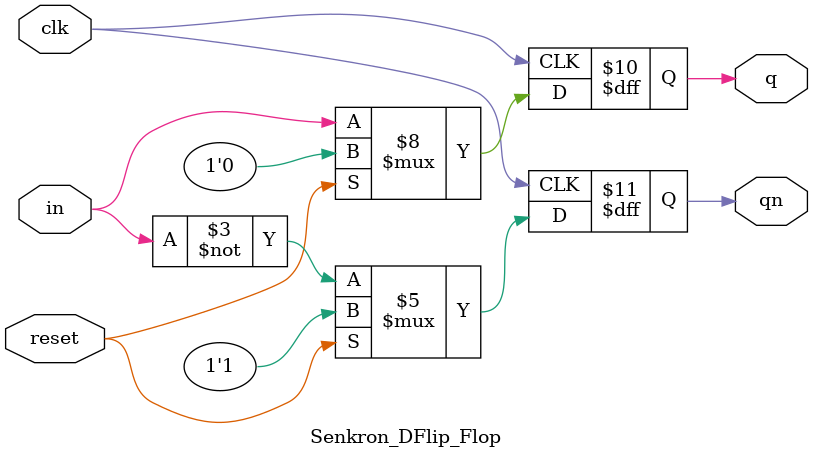
<source format=v>
`timescale 1ns / 1ps

module Senkron_DFlip_Flop(in,clk,q,qn,reset);
    input in,clk,reset;
    output reg q,qn;
    always @ (posedge clk) begin 
    //for asenkron DFlip Flop, we should define always case as : always @ (posedge clk, posedge reset) 
    if(reset==1) begin
        q=0;
        qn=1;
        end
     else begin 
     q=in;
     qn=~in;
     end 
   end 
endmodule
</source>
